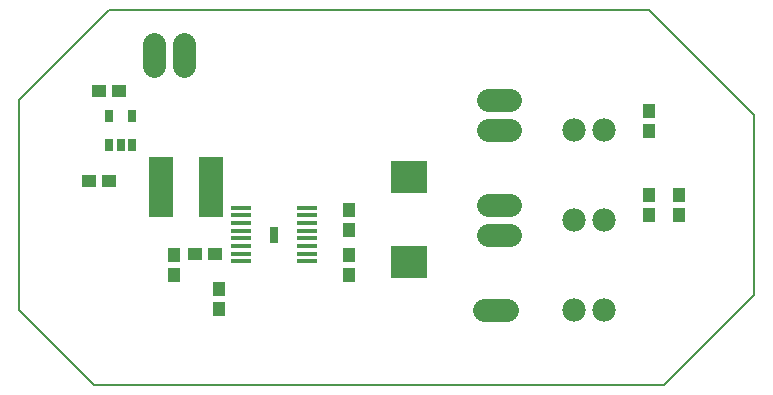
<source format=gts>
G75*
%MOIN*%
%OFA0B0*%
%FSLAX25Y25*%
%IPPOS*%
%LPD*%
%AMOC8*
5,1,8,0,0,1.08239X$1,22.5*
%
%ADD10C,0.00600*%
%ADD11R,0.03156X0.04337*%
%ADD12R,0.04731X0.04337*%
%ADD13R,0.06699X0.01581*%
%ADD14R,0.02900X0.05400*%
%ADD15R,0.04337X0.04731*%
%ADD16R,0.12211X0.11030*%
%ADD17R,0.07880X0.20479*%
%ADD18C,0.07800*%
%ADD19C,0.07800*%
D10*
X0026300Y0001300D02*
X0001300Y0026300D01*
X0001300Y0096300D01*
X0031300Y0126300D01*
X0211300Y0126300D01*
X0246300Y0091300D01*
X0246300Y0031300D01*
X0216300Y0001300D01*
X0026300Y0001300D01*
D11*
X0031300Y0081300D03*
X0035040Y0081300D03*
X0038780Y0081300D03*
X0038780Y0090749D03*
X0031300Y0090749D03*
D12*
X0027954Y0099300D03*
X0034646Y0099300D03*
X0031146Y0069300D03*
X0024454Y0069300D03*
X0059954Y0044800D03*
X0066646Y0044800D03*
D13*
X0075276Y0044935D03*
X0075276Y0042376D03*
X0075276Y0047494D03*
X0075276Y0050053D03*
X0075276Y0052612D03*
X0075276Y0055171D03*
X0075276Y0057730D03*
X0075276Y0060289D03*
X0097324Y0060289D03*
X0097324Y0057730D03*
X0097324Y0055171D03*
X0097324Y0052612D03*
X0097324Y0050053D03*
X0097324Y0047494D03*
X0097324Y0044935D03*
X0097324Y0042376D03*
D14*
X0086300Y0051300D03*
D15*
X0111300Y0052954D03*
X0111300Y0059646D03*
X0111300Y0044646D03*
X0111300Y0037954D03*
X0067800Y0033146D03*
X0067800Y0026454D03*
X0052800Y0037954D03*
X0052800Y0044646D03*
X0211300Y0057954D03*
X0221300Y0057954D03*
X0221300Y0064646D03*
X0211300Y0064646D03*
X0211300Y0085954D03*
X0211300Y0092646D03*
D16*
X0131300Y0070473D03*
X0131300Y0042127D03*
D17*
X0065068Y0067300D03*
X0048532Y0067300D03*
D18*
X0046300Y0107600D02*
X0046300Y0115000D01*
X0056300Y0115000D02*
X0056300Y0107600D01*
X0157600Y0096300D02*
X0165000Y0096300D01*
X0165000Y0086300D02*
X0157600Y0086300D01*
X0157600Y0061300D02*
X0165000Y0061300D01*
X0165000Y0051300D02*
X0157600Y0051300D01*
X0156300Y0026300D02*
X0163700Y0026300D01*
D19*
X0186300Y0026300D03*
X0196300Y0026300D03*
X0196300Y0056300D03*
X0186300Y0056300D03*
X0186300Y0086300D03*
X0196300Y0086300D03*
M02*

</source>
